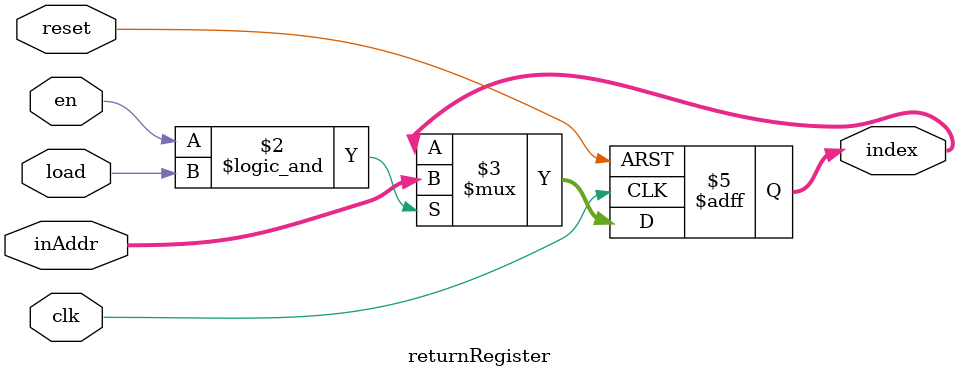
<source format=v>
module returnRegister (
    input wire clk,
    input wire reset,
    input wire en,
    input wire load,
    input wire [15:0] inAddr,
    output reg [15:0] index
);
  always @(posedge clk or posedge reset) begin
    if (reset) index <= 16'h0000;
    else if (en && load) index <= inAddr;
  end
endmodule


</source>
